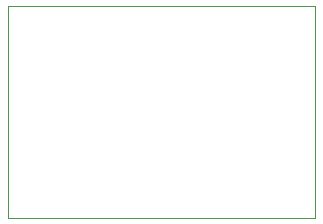
<source format=gbr>
%TF.GenerationSoftware,KiCad,Pcbnew,8.0.3*%
%TF.CreationDate,2024-07-29T06:26:44+12:00*%
%TF.ProjectId,sot23-6,736f7432-332d-4362-9e6b-696361645f70,rev?*%
%TF.SameCoordinates,Original*%
%TF.FileFunction,Profile,NP*%
%FSLAX46Y46*%
G04 Gerber Fmt 4.6, Leading zero omitted, Abs format (unit mm)*
G04 Created by KiCad (PCBNEW 8.0.3) date 2024-07-29 06:26:44*
%MOMM*%
%LPD*%
G01*
G04 APERTURE LIST*
%TA.AperFunction,Profile*%
%ADD10C,0.050000*%
%TD*%
G04 APERTURE END LIST*
D10*
X87000000Y-82000000D02*
X113000000Y-82000000D01*
X113000000Y-100000000D01*
X87000000Y-100000000D01*
X87000000Y-82000000D01*
M02*

</source>
